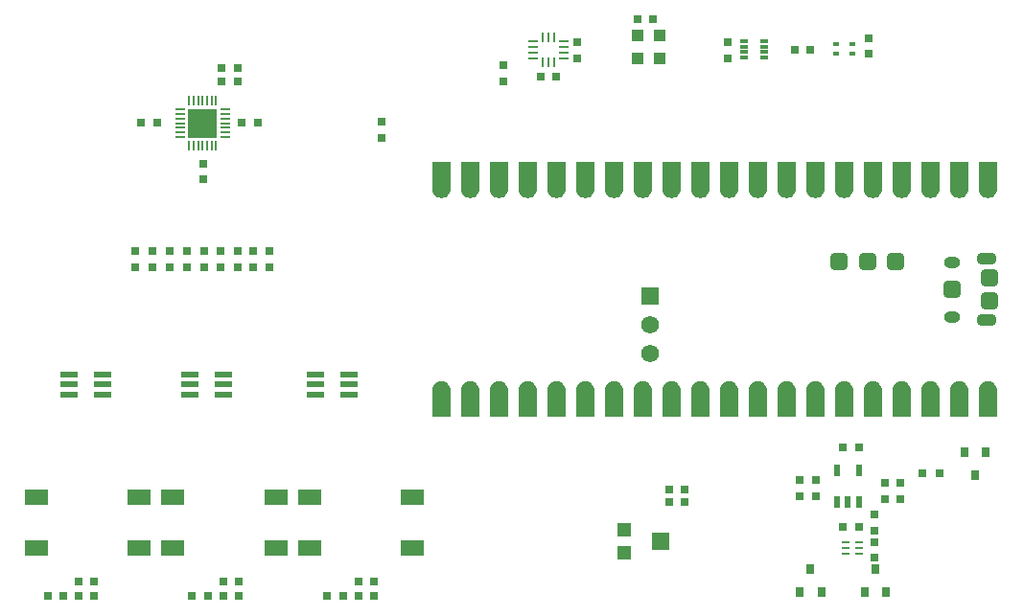
<source format=gtp>
G04*
G04 #@! TF.GenerationSoftware,Altium Limited,Altium Designer,24.9.1 (31)*
G04*
G04 Layer_Color=8421504*
%FSLAX44Y44*%
%MOMM*%
G71*
G04*
G04 #@! TF.SameCoordinates,049DD743-820B-4880-A151-0CBBC5A4C6BC*
G04*
G04*
G04 #@! TF.FilePolarity,Positive*
G04*
G01*
G75*
%ADD18R,0.7000X0.2300*%
%ADD19R,0.7000X0.2300*%
%ADD20R,2.1000X1.4000*%
G04:AMPARAMS|DCode=21|XSize=0.76mm|YSize=0.6604mm|CornerRadius=0.0825mm|HoleSize=0mm|Usage=FLASHONLY|Rotation=270.000|XOffset=0mm|YOffset=0mm|HoleType=Round|Shape=RoundedRectangle|*
%AMROUNDEDRECTD21*
21,1,0.7600,0.4953,0,0,270.0*
21,1,0.5949,0.6604,0,0,270.0*
1,1,0.1651,-0.2477,-0.2975*
1,1,0.1651,-0.2477,0.2975*
1,1,0.1651,0.2477,0.2975*
1,1,0.1651,0.2477,-0.2975*
%
%ADD21ROUNDEDRECTD21*%
%ADD22R,0.6000X1.1000*%
%ADD23R,1.6000X0.5000*%
%ADD24R,2.6500X2.6500*%
%ADD25O,0.2000X0.8500*%
%ADD26O,0.8500X0.2000*%
%ADD27R,1.2000X1.2000*%
%ADD28R,1.5000X1.6000*%
G04:AMPARAMS|DCode=29|XSize=0.76mm|YSize=0.6604mm|CornerRadius=0.0825mm|HoleSize=0mm|Usage=FLASHONLY|Rotation=180.000|XOffset=0mm|YOffset=0mm|HoleType=Round|Shape=RoundedRectangle|*
%AMROUNDEDRECTD29*
21,1,0.7600,0.4953,0,0,180.0*
21,1,0.5949,0.6604,0,0,180.0*
1,1,0.1651,-0.2975,0.2477*
1,1,0.1651,0.2975,0.2477*
1,1,0.1651,0.2975,-0.2477*
1,1,0.1651,-0.2975,-0.2477*
%
%ADD29ROUNDEDRECTD29*%
%ADD30R,0.8000X0.9000*%
%ADD31R,0.6000X0.3000*%
%ADD32R,0.7200X0.3000*%
%ADD33R,1.0000X1.0000*%
%ADD34R,0.8000X0.8000*%
%ADD35O,0.2500X0.9500*%
%ADD36O,0.9500X0.2500*%
%ADD37C,1.5748*%
%ADD38R,1.5748X1.5748*%
%ADD39O,1.4500X1.0500*%
%ADD40O,1.8000X1.1000*%
G04:AMPARAMS|DCode=41|XSize=1.5mm|YSize=1.5mm|CornerRadius=0.3mm|HoleSize=0mm|Usage=FLASHONLY|Rotation=270.000|XOffset=0mm|YOffset=0mm|HoleType=Round|Shape=RoundedRectangle|*
%AMROUNDEDRECTD41*
21,1,1.5000,0.9000,0,0,270.0*
21,1,0.9000,1.5000,0,0,270.0*
1,1,0.6000,-0.4500,-0.4500*
1,1,0.6000,-0.4500,0.4500*
1,1,0.6000,0.4500,0.4500*
1,1,0.6000,0.4500,-0.4500*
%
%ADD41ROUNDEDRECTD41*%
G36*
X739300Y-127100D02*
X739323Y-151074D01*
X739323Y-151599D01*
X739186Y-152639D01*
X738915Y-153652D01*
X738514Y-154621D01*
X737989Y-155529D01*
X737351Y-156361D01*
X736609Y-157102D01*
X735777Y-157740D01*
X734869Y-158265D01*
X733900Y-158666D01*
X732887Y-158937D01*
X731847Y-159074D01*
X731323Y-159074D01*
X730799Y-159074D01*
X729759Y-158937D01*
X728746Y-158666D01*
X727777Y-158264D01*
X726869Y-157740D01*
X726037Y-157102D01*
X725295Y-156360D01*
X724657Y-155528D01*
X724133Y-154620D01*
X723732Y-153651D01*
X723460Y-152639D01*
X723323Y-151599D01*
X723323Y-151074D01*
X723323Y-151074D01*
X723300Y-127100D01*
X739300Y-127100D01*
D02*
G37*
G36*
X713900D02*
X713923Y-151074D01*
X713923Y-151599D01*
X713786Y-152639D01*
X713515Y-153652D01*
X713114Y-154621D01*
X712589Y-155529D01*
X711951Y-156361D01*
X711209Y-157102D01*
X710377Y-157740D01*
X709469Y-158265D01*
X708500Y-158666D01*
X707487Y-158937D01*
X706447Y-159074D01*
X705923Y-159074D01*
X705399Y-159074D01*
X704359Y-158937D01*
X703346Y-158666D01*
X702377Y-158264D01*
X701469Y-157740D01*
X700637Y-157102D01*
X699895Y-156360D01*
X699257Y-155528D01*
X698733Y-154620D01*
X698332Y-153651D01*
X698060Y-152639D01*
X697923Y-151599D01*
X697923Y-151074D01*
X697923Y-151074D01*
X697900Y-127100D01*
X713900Y-127100D01*
D02*
G37*
G36*
X688500D02*
X688523Y-151074D01*
X688523Y-151599D01*
X688386Y-152639D01*
X688115Y-153652D01*
X687714Y-154621D01*
X687189Y-155529D01*
X686551Y-156361D01*
X685809Y-157102D01*
X684977Y-157740D01*
X684069Y-158265D01*
X683100Y-158666D01*
X682087Y-158937D01*
X681047Y-159074D01*
X680523Y-159074D01*
X679999Y-159074D01*
X678959Y-158937D01*
X677946Y-158666D01*
X676977Y-158264D01*
X676069Y-157740D01*
X675237Y-157102D01*
X674495Y-156360D01*
X673857Y-155528D01*
X673333Y-154620D01*
X672932Y-153651D01*
X672660Y-152639D01*
X672523Y-151599D01*
X672523Y-151074D01*
X672523Y-151074D01*
X672500Y-127100D01*
X688500Y-127100D01*
D02*
G37*
G36*
X663100D02*
X663123Y-151074D01*
X663123Y-151599D01*
X662986Y-152639D01*
X662715Y-153652D01*
X662314Y-154621D01*
X661789Y-155529D01*
X661151Y-156361D01*
X660409Y-157102D01*
X659577Y-157740D01*
X658669Y-158265D01*
X657700Y-158666D01*
X656687Y-158937D01*
X655647Y-159074D01*
X655123Y-159074D01*
X654599Y-159074D01*
X653559Y-158937D01*
X652546Y-158666D01*
X651577Y-158264D01*
X650669Y-157740D01*
X649837Y-157102D01*
X649096Y-156360D01*
X648457Y-155528D01*
X647933Y-154620D01*
X647532Y-153651D01*
X647260Y-152639D01*
X647123Y-151599D01*
X647123Y-151074D01*
X647123Y-151074D01*
X647100Y-127100D01*
X663100Y-127100D01*
D02*
G37*
G36*
X637700D02*
X637723Y-151074D01*
X637723Y-151599D01*
X637586Y-152639D01*
X637315Y-153652D01*
X636914Y-154621D01*
X636389Y-155529D01*
X635751Y-156361D01*
X635009Y-157102D01*
X634177Y-157740D01*
X633269Y-158265D01*
X632300Y-158666D01*
X631287Y-158937D01*
X630247Y-159074D01*
X629723Y-159074D01*
X629199Y-159074D01*
X628159Y-158937D01*
X627146Y-158666D01*
X626177Y-158264D01*
X625269Y-157740D01*
X624437Y-157102D01*
X623695Y-156360D01*
X623057Y-155528D01*
X622533Y-154620D01*
X622132Y-153651D01*
X621860Y-152639D01*
X621723Y-151599D01*
X621723Y-151074D01*
X621723Y-151074D01*
X621700Y-127100D01*
X637700Y-127100D01*
D02*
G37*
G36*
X612300D02*
X612323Y-151074D01*
X612323Y-151599D01*
X612186Y-152639D01*
X611915Y-153652D01*
X611514Y-154621D01*
X610989Y-155529D01*
X610351Y-156361D01*
X609609Y-157102D01*
X608777Y-157740D01*
X607869Y-158265D01*
X606900Y-158666D01*
X605887Y-158937D01*
X604847Y-159074D01*
X604323Y-159074D01*
X603799Y-159074D01*
X602759Y-158937D01*
X601746Y-158666D01*
X600777Y-158264D01*
X599869Y-157740D01*
X599037Y-157102D01*
X598296Y-156360D01*
X597657Y-155528D01*
X597133Y-154620D01*
X596731Y-153651D01*
X596460Y-152639D01*
X596323Y-151599D01*
X596323Y-151074D01*
X596323Y-151074D01*
X596300Y-127100D01*
X612300Y-127100D01*
D02*
G37*
G36*
X586900D02*
X586923Y-151074D01*
X586923Y-151599D01*
X586786Y-152639D01*
X586515Y-153652D01*
X586114Y-154621D01*
X585589Y-155529D01*
X584951Y-156361D01*
X584209Y-157102D01*
X583377Y-157740D01*
X582469Y-158265D01*
X581500Y-158666D01*
X580487Y-158937D01*
X579447Y-159074D01*
X578923Y-159074D01*
X578399Y-159074D01*
X577359Y-158937D01*
X576346Y-158666D01*
X575377Y-158264D01*
X574469Y-157740D01*
X573637Y-157102D01*
X572896Y-156360D01*
X572257Y-155528D01*
X571733Y-154620D01*
X571331Y-153651D01*
X571060Y-152639D01*
X570923Y-151599D01*
X570923Y-151074D01*
X570923Y-151074D01*
X570900Y-127100D01*
X586900Y-127100D01*
D02*
G37*
G36*
X561500D02*
X561523Y-151074D01*
X561523Y-151599D01*
X561386Y-152639D01*
X561115Y-153652D01*
X560714Y-154621D01*
X560189Y-155529D01*
X559551Y-156361D01*
X558809Y-157102D01*
X557977Y-157740D01*
X557069Y-158265D01*
X556100Y-158666D01*
X555087Y-158937D01*
X554047Y-159074D01*
X553523Y-159074D01*
X552999Y-159074D01*
X551959Y-158937D01*
X550946Y-158666D01*
X549977Y-158264D01*
X549069Y-157740D01*
X548237Y-157102D01*
X547495Y-156360D01*
X546857Y-155528D01*
X546333Y-154620D01*
X545932Y-153651D01*
X545660Y-152639D01*
X545523Y-151599D01*
X545523Y-151074D01*
X545523Y-151074D01*
X545500Y-127100D01*
X561500Y-127100D01*
D02*
G37*
G36*
X536100D02*
X536123Y-151074D01*
X536123Y-151599D01*
X535986Y-152639D01*
X535715Y-153652D01*
X535314Y-154621D01*
X534789Y-155529D01*
X534151Y-156361D01*
X533409Y-157102D01*
X532577Y-157740D01*
X531669Y-158265D01*
X530700Y-158666D01*
X529687Y-158937D01*
X528647Y-159074D01*
X528123Y-159074D01*
X527599Y-159074D01*
X526559Y-158937D01*
X525546Y-158666D01*
X524577Y-158264D01*
X523669Y-157740D01*
X522837Y-157102D01*
X522095Y-156360D01*
X521457Y-155528D01*
X520933Y-154620D01*
X520532Y-153651D01*
X520260Y-152639D01*
X520123Y-151599D01*
X520123Y-151074D01*
X520123Y-151074D01*
X520100Y-127100D01*
X536100Y-127100D01*
D02*
G37*
G36*
X510700D02*
X510723Y-151074D01*
X510723Y-151599D01*
X510586Y-152639D01*
X510315Y-153652D01*
X509914Y-154621D01*
X509389Y-155529D01*
X508751Y-156361D01*
X508009Y-157102D01*
X507177Y-157740D01*
X506269Y-158265D01*
X505300Y-158666D01*
X504287Y-158937D01*
X503247Y-159074D01*
X502723Y-159074D01*
X502199Y-159074D01*
X501159Y-158937D01*
X500146Y-158666D01*
X499177Y-158264D01*
X498269Y-157740D01*
X497437Y-157102D01*
X496696Y-156360D01*
X496057Y-155528D01*
X495533Y-154620D01*
X495131Y-153651D01*
X494860Y-152639D01*
X494723Y-151599D01*
X494723Y-151074D01*
X494723Y-151074D01*
X494700Y-127100D01*
X510700Y-127100D01*
D02*
G37*
G36*
X485300D02*
X485323Y-151074D01*
X485323Y-151599D01*
X485186Y-152639D01*
X484915Y-153652D01*
X484514Y-154621D01*
X483989Y-155529D01*
X483351Y-156361D01*
X482609Y-157102D01*
X481777Y-157740D01*
X480869Y-158265D01*
X479900Y-158666D01*
X478887Y-158937D01*
X477847Y-159074D01*
X477323Y-159074D01*
X476799Y-159074D01*
X475759Y-158937D01*
X474746Y-158666D01*
X473777Y-158264D01*
X472869Y-157740D01*
X472037Y-157102D01*
X471296Y-156360D01*
X470657Y-155528D01*
X470133Y-154620D01*
X469731Y-153651D01*
X469460Y-152639D01*
X469323Y-151599D01*
X469323Y-151074D01*
X469323Y-151074D01*
X469300Y-127100D01*
X485300Y-127100D01*
D02*
G37*
G36*
X459900D02*
X459923Y-151074D01*
X459923Y-151599D01*
X459786Y-152639D01*
X459515Y-153652D01*
X459114Y-154621D01*
X458589Y-155529D01*
X457951Y-156361D01*
X457209Y-157102D01*
X456377Y-157740D01*
X455469Y-158265D01*
X454500Y-158666D01*
X453487Y-158937D01*
X452447Y-159074D01*
X451923Y-159074D01*
X451399Y-159074D01*
X450359Y-158937D01*
X449346Y-158666D01*
X448377Y-158264D01*
X447469Y-157740D01*
X446637Y-157102D01*
X445896Y-156360D01*
X445257Y-155528D01*
X444733Y-154620D01*
X444332Y-153651D01*
X444060Y-152639D01*
X443923Y-151599D01*
X443923Y-151074D01*
X443923Y-151074D01*
X443900Y-127100D01*
X459900Y-127100D01*
D02*
G37*
G36*
X434500D02*
X434523Y-151074D01*
X434523Y-151599D01*
X434386Y-152639D01*
X434115Y-153652D01*
X433714Y-154621D01*
X433189Y-155529D01*
X432551Y-156361D01*
X431809Y-157102D01*
X430977Y-157740D01*
X430069Y-158265D01*
X429100Y-158666D01*
X428087Y-158937D01*
X427047Y-159074D01*
X426523Y-159074D01*
X425999Y-159074D01*
X424959Y-158937D01*
X423946Y-158666D01*
X422977Y-158264D01*
X422069Y-157740D01*
X421237Y-157102D01*
X420495Y-156360D01*
X419857Y-155528D01*
X419333Y-154620D01*
X418932Y-153651D01*
X418660Y-152639D01*
X418523Y-151599D01*
X418523Y-151074D01*
X418523Y-151074D01*
X418500Y-127100D01*
X434500Y-127100D01*
D02*
G37*
G36*
X409100D02*
X409123Y-151074D01*
X409123Y-151599D01*
X408986Y-152639D01*
X408715Y-153652D01*
X408314Y-154621D01*
X407789Y-155529D01*
X407151Y-156361D01*
X406409Y-157102D01*
X405577Y-157740D01*
X404669Y-158265D01*
X403700Y-158666D01*
X402687Y-158937D01*
X401647Y-159074D01*
X401123Y-159074D01*
X400599Y-159074D01*
X399559Y-158937D01*
X398546Y-158666D01*
X397577Y-158264D01*
X396669Y-157740D01*
X395837Y-157102D01*
X395095Y-156360D01*
X394457Y-155528D01*
X393933Y-154620D01*
X393531Y-153651D01*
X393260Y-152639D01*
X393123Y-151599D01*
X393123Y-151074D01*
X393123Y-151074D01*
X393100Y-127100D01*
X409100Y-127100D01*
D02*
G37*
G36*
X383700D02*
X383723Y-151074D01*
X383723Y-151599D01*
X383586Y-152639D01*
X383315Y-153652D01*
X382914Y-154621D01*
X382389Y-155529D01*
X381751Y-156361D01*
X381009Y-157102D01*
X380177Y-157740D01*
X379269Y-158265D01*
X378300Y-158666D01*
X377287Y-158937D01*
X376247Y-159074D01*
X375723Y-159074D01*
X375199Y-159074D01*
X374159Y-158937D01*
X373146Y-158666D01*
X372177Y-158264D01*
X371269Y-157740D01*
X370437Y-157102D01*
X369696Y-156360D01*
X369057Y-155528D01*
X368533Y-154620D01*
X368131Y-153651D01*
X367860Y-152639D01*
X367723Y-151599D01*
X367723Y-151074D01*
X367723Y-151074D01*
X367700Y-127100D01*
X383700Y-127100D01*
D02*
G37*
G36*
X358300D02*
X358323Y-151074D01*
X358323Y-151599D01*
X358186Y-152639D01*
X357915Y-153652D01*
X357514Y-154621D01*
X356989Y-155529D01*
X356351Y-156361D01*
X355609Y-157102D01*
X354777Y-157740D01*
X353869Y-158265D01*
X352900Y-158666D01*
X351887Y-158937D01*
X350847Y-159074D01*
X350323Y-159074D01*
X349799Y-159074D01*
X348759Y-158937D01*
X347746Y-158666D01*
X346777Y-158264D01*
X345869Y-157740D01*
X345037Y-157102D01*
X344296Y-156360D01*
X343657Y-155528D01*
X343133Y-154620D01*
X342732Y-153651D01*
X342460Y-152639D01*
X342323Y-151599D01*
X342323Y-151074D01*
X342323Y-151074D01*
X342300Y-127100D01*
X358300Y-127100D01*
D02*
G37*
G36*
X332900D02*
X332923Y-151074D01*
X332923Y-151599D01*
X332786Y-152639D01*
X332515Y-153652D01*
X332114Y-154621D01*
X331589Y-155529D01*
X330951Y-156361D01*
X330209Y-157102D01*
X329377Y-157740D01*
X328469Y-158265D01*
X327500Y-158666D01*
X326487Y-158937D01*
X325447Y-159074D01*
X324923Y-159074D01*
X324399Y-159074D01*
X323359Y-158937D01*
X322346Y-158666D01*
X321377Y-158264D01*
X320469Y-157740D01*
X319637Y-157102D01*
X318895Y-156360D01*
X318257Y-155528D01*
X317733Y-154620D01*
X317332Y-153651D01*
X317060Y-152639D01*
X316923Y-151599D01*
X316923Y-151074D01*
X316923Y-151074D01*
X316900Y-127100D01*
X332900Y-127100D01*
D02*
G37*
G36*
X307500D02*
X307523Y-151074D01*
X307523Y-151599D01*
X307386Y-152639D01*
X307115Y-153652D01*
X306714Y-154621D01*
X306189Y-155529D01*
X305551Y-156361D01*
X304809Y-157102D01*
X303977Y-157740D01*
X303069Y-158265D01*
X302100Y-158666D01*
X301087Y-158937D01*
X300047Y-159074D01*
X299523Y-159074D01*
X298999Y-159074D01*
X297959Y-158937D01*
X296946Y-158666D01*
X295977Y-158264D01*
X295069Y-157740D01*
X294237Y-157102D01*
X293496Y-156360D01*
X292857Y-155528D01*
X292333Y-154620D01*
X291931Y-153651D01*
X291660Y-152639D01*
X291523Y-151599D01*
X291523Y-151074D01*
X291523Y-151074D01*
X291500Y-127100D01*
X307500Y-127100D01*
D02*
G37*
G36*
X282100D02*
X282123Y-151074D01*
X282123Y-151599D01*
X281986Y-152639D01*
X281715Y-153652D01*
X281314Y-154621D01*
X280789Y-155529D01*
X280151Y-156361D01*
X279409Y-157102D01*
X278577Y-157740D01*
X277669Y-158265D01*
X276700Y-158666D01*
X275687Y-158937D01*
X274647Y-159074D01*
X274123Y-159074D01*
X273599Y-159074D01*
X272559Y-158937D01*
X271546Y-158666D01*
X270577Y-158264D01*
X269669Y-157740D01*
X268837Y-157102D01*
X268095Y-156360D01*
X267457Y-155528D01*
X266933Y-154620D01*
X266532Y-153651D01*
X266260Y-152639D01*
X266123Y-151599D01*
X266123Y-151074D01*
X266123Y-151074D01*
X266100Y-127100D01*
X282100Y-127100D01*
D02*
G37*
G36*
X256700D02*
X256723Y-151074D01*
X256723Y-151599D01*
X256586Y-152639D01*
X256315Y-153652D01*
X255914Y-154621D01*
X255389Y-155529D01*
X254751Y-156361D01*
X254009Y-157102D01*
X253177Y-157740D01*
X252269Y-158265D01*
X251300Y-158666D01*
X250287Y-158937D01*
X249247Y-159074D01*
X248723Y-159074D01*
X248199Y-159074D01*
X247159Y-158937D01*
X246146Y-158666D01*
X245177Y-158264D01*
X244269Y-157740D01*
X243437Y-157102D01*
X242696Y-156360D01*
X242057Y-155528D01*
X241533Y-154620D01*
X241131Y-153651D01*
X240860Y-152639D01*
X240723Y-151599D01*
X240723Y-151074D01*
X240723Y-151074D01*
X240700Y-127100D01*
X256700Y-127100D01*
D02*
G37*
G36*
X731324Y-320876D02*
X731848Y-320876D01*
X732888Y-321013D01*
X733901Y-321284D01*
X734870Y-321685D01*
X735778Y-322209D01*
X736610Y-322848D01*
X737351Y-323589D01*
X737990Y-324421D01*
X738514Y-325329D01*
X738915Y-326298D01*
X739187Y-327311D01*
X739323Y-328351D01*
X739323Y-328875D01*
X739323Y-328875D01*
X739347Y-352850D01*
X723347Y-352850D01*
X723324Y-328875D01*
X723324Y-328351D01*
X723460Y-327311D01*
X723732Y-326298D01*
X724133Y-325329D01*
X724657Y-324421D01*
X725296Y-323589D01*
X726037Y-322847D01*
X726870Y-322209D01*
X727778Y-321685D01*
X728747Y-321284D01*
X729760Y-321012D01*
X730799Y-320876D01*
X731324Y-320876D01*
D02*
G37*
G36*
X705924D02*
X706448Y-320876D01*
X707488Y-321013D01*
X708501Y-321284D01*
X709470Y-321685D01*
X710378Y-322209D01*
X711210Y-322848D01*
X711951Y-323589D01*
X712590Y-324421D01*
X713114Y-325329D01*
X713515Y-326298D01*
X713787Y-327311D01*
X713923Y-328351D01*
X713923Y-328875D01*
X713923Y-328875D01*
X713947Y-352850D01*
X697947Y-352850D01*
X697924Y-328875D01*
X697924Y-328351D01*
X698060Y-327311D01*
X698332Y-326298D01*
X698733Y-325329D01*
X699257Y-324421D01*
X699896Y-323589D01*
X700637Y-322847D01*
X701469Y-322209D01*
X702378Y-321685D01*
X703347Y-321284D01*
X704360Y-321012D01*
X705399Y-320876D01*
X705924Y-320876D01*
D02*
G37*
G36*
X680524D02*
X681048Y-320876D01*
X682088Y-321013D01*
X683101Y-321284D01*
X684070Y-321685D01*
X684978Y-322209D01*
X685810Y-322848D01*
X686551Y-323589D01*
X687190Y-324421D01*
X687714Y-325329D01*
X688115Y-326298D01*
X688387Y-327311D01*
X688523Y-328351D01*
X688523Y-328875D01*
X688523Y-328875D01*
X688547Y-352850D01*
X672547Y-352850D01*
X672524Y-328875D01*
X672524Y-328351D01*
X672660Y-327311D01*
X672932Y-326298D01*
X673333Y-325329D01*
X673857Y-324421D01*
X674496Y-323589D01*
X675237Y-322847D01*
X676069Y-322209D01*
X676978Y-321685D01*
X677947Y-321284D01*
X678960Y-321012D01*
X679999Y-320876D01*
X680524Y-320876D01*
D02*
G37*
G36*
X655124D02*
X655648Y-320876D01*
X656688Y-321013D01*
X657701Y-321284D01*
X658670Y-321685D01*
X659578Y-322209D01*
X660410Y-322848D01*
X661151Y-323589D01*
X661790Y-324421D01*
X662314Y-325329D01*
X662715Y-326298D01*
X662987Y-327311D01*
X663123Y-328351D01*
X663123Y-328875D01*
X663123Y-328875D01*
X663147Y-352850D01*
X647147Y-352850D01*
X647124Y-328875D01*
X647124Y-328351D01*
X647260Y-327311D01*
X647532Y-326298D01*
X647933Y-325329D01*
X648457Y-324421D01*
X649096Y-323589D01*
X649837Y-322847D01*
X650669Y-322209D01*
X651578Y-321685D01*
X652547Y-321284D01*
X653560Y-321012D01*
X654600Y-320876D01*
X655124Y-320876D01*
D02*
G37*
G36*
X629724D02*
X630248Y-320876D01*
X631288Y-321013D01*
X632301Y-321284D01*
X633270Y-321685D01*
X634178Y-322209D01*
X635010Y-322848D01*
X635751Y-323589D01*
X636390Y-324421D01*
X636914Y-325329D01*
X637315Y-326298D01*
X637587Y-327311D01*
X637723Y-328351D01*
X637723Y-328875D01*
X637723Y-328875D01*
X637747Y-352850D01*
X621747Y-352850D01*
X621724Y-328875D01*
X621724Y-328351D01*
X621860Y-327311D01*
X622132Y-326298D01*
X622533Y-325329D01*
X623057Y-324421D01*
X623696Y-323589D01*
X624437Y-322847D01*
X625270Y-322209D01*
X626178Y-321685D01*
X627147Y-321284D01*
X628160Y-321012D01*
X629199Y-320876D01*
X629724Y-320876D01*
D02*
G37*
G36*
X604324D02*
X604848Y-320876D01*
X605888Y-321013D01*
X606901Y-321284D01*
X607870Y-321685D01*
X608778Y-322209D01*
X609610Y-322848D01*
X610351Y-323589D01*
X610990Y-324421D01*
X611514Y-325329D01*
X611915Y-326298D01*
X612187Y-327311D01*
X612323Y-328351D01*
X612323Y-328875D01*
X612323Y-328875D01*
X612347Y-352850D01*
X596347Y-352850D01*
X596324Y-328875D01*
X596324Y-328351D01*
X596460Y-327311D01*
X596732Y-326298D01*
X597133Y-325329D01*
X597657Y-324421D01*
X598296Y-323589D01*
X599037Y-322847D01*
X599869Y-322209D01*
X600778Y-321685D01*
X601747Y-321284D01*
X602760Y-321012D01*
X603800Y-320876D01*
X604324Y-320876D01*
D02*
G37*
G36*
X578924D02*
X579448Y-320876D01*
X580488Y-321013D01*
X581501Y-321284D01*
X582470Y-321685D01*
X583378Y-322209D01*
X584210Y-322848D01*
X584951Y-323589D01*
X585590Y-324421D01*
X586114Y-325329D01*
X586515Y-326298D01*
X586787Y-327311D01*
X586923Y-328351D01*
X586923Y-328875D01*
X586923Y-328875D01*
X586947Y-352850D01*
X570947Y-352850D01*
X570924Y-328875D01*
X570924Y-328351D01*
X571060Y-327311D01*
X571332Y-326298D01*
X571733Y-325329D01*
X572257Y-324421D01*
X572896Y-323589D01*
X573637Y-322847D01*
X574469Y-322209D01*
X575378Y-321685D01*
X576347Y-321284D01*
X577360Y-321012D01*
X578400Y-320876D01*
X578924Y-320876D01*
D02*
G37*
G36*
X553524D02*
X554048Y-320876D01*
X555088Y-321013D01*
X556101Y-321284D01*
X557070Y-321685D01*
X557978Y-322209D01*
X558810Y-322848D01*
X559551Y-323589D01*
X560190Y-324421D01*
X560714Y-325329D01*
X561115Y-326298D01*
X561387Y-327311D01*
X561523Y-328351D01*
X561523Y-328875D01*
X561523Y-328875D01*
X561547Y-352850D01*
X545547Y-352850D01*
X545524Y-328875D01*
X545524Y-328351D01*
X545660Y-327311D01*
X545932Y-326298D01*
X546333Y-325329D01*
X546857Y-324421D01*
X547496Y-323589D01*
X548237Y-322847D01*
X549070Y-322209D01*
X549978Y-321685D01*
X550947Y-321284D01*
X551960Y-321012D01*
X552999Y-320876D01*
X553524Y-320876D01*
D02*
G37*
G36*
X528124D02*
X528648Y-320876D01*
X529688Y-321013D01*
X530701Y-321284D01*
X531670Y-321685D01*
X532578Y-322209D01*
X533410Y-322848D01*
X534151Y-323589D01*
X534790Y-324421D01*
X535314Y-325329D01*
X535715Y-326298D01*
X535987Y-327311D01*
X536123Y-328351D01*
X536123Y-328875D01*
X536123Y-328875D01*
X536147Y-352850D01*
X520147Y-352850D01*
X520124Y-328875D01*
X520124Y-328351D01*
X520260Y-327311D01*
X520532Y-326298D01*
X520933Y-325329D01*
X521457Y-324421D01*
X522096Y-323589D01*
X522837Y-322847D01*
X523670Y-322209D01*
X524578Y-321685D01*
X525547Y-321284D01*
X526560Y-321012D01*
X527599Y-320876D01*
X528124Y-320876D01*
D02*
G37*
G36*
X502724D02*
X503248Y-320876D01*
X504288Y-321013D01*
X505301Y-321284D01*
X506270Y-321685D01*
X507178Y-322209D01*
X508010Y-322848D01*
X508751Y-323589D01*
X509390Y-324421D01*
X509914Y-325329D01*
X510315Y-326298D01*
X510587Y-327311D01*
X510723Y-328351D01*
X510723Y-328875D01*
X510723Y-328875D01*
X510747Y-352850D01*
X494747Y-352850D01*
X494724Y-328875D01*
X494724Y-328351D01*
X494860Y-327311D01*
X495132Y-326298D01*
X495533Y-325329D01*
X496057Y-324421D01*
X496696Y-323589D01*
X497437Y-322847D01*
X498270Y-322209D01*
X499178Y-321685D01*
X500147Y-321284D01*
X501160Y-321012D01*
X502200Y-320876D01*
X502724Y-320876D01*
D02*
G37*
G36*
X477324D02*
X477848Y-320876D01*
X478888Y-321013D01*
X479901Y-321284D01*
X480870Y-321685D01*
X481778Y-322209D01*
X482610Y-322848D01*
X483351Y-323589D01*
X483990Y-324421D01*
X484514Y-325329D01*
X484915Y-326298D01*
X485187Y-327311D01*
X485323Y-328351D01*
X485323Y-328875D01*
X485323Y-328875D01*
X485347Y-352850D01*
X469347Y-352850D01*
X469324Y-328875D01*
X469324Y-328351D01*
X469460Y-327311D01*
X469732Y-326298D01*
X470133Y-325329D01*
X470657Y-324421D01*
X471296Y-323589D01*
X472037Y-322847D01*
X472869Y-322209D01*
X473778Y-321685D01*
X474747Y-321284D01*
X475760Y-321012D01*
X476800Y-320876D01*
X477324Y-320876D01*
D02*
G37*
G36*
X451924D02*
X452448Y-320876D01*
X453488Y-321013D01*
X454501Y-321284D01*
X455470Y-321685D01*
X456378Y-322209D01*
X457210Y-322848D01*
X457951Y-323589D01*
X458590Y-324421D01*
X459114Y-325329D01*
X459515Y-326298D01*
X459787Y-327311D01*
X459923Y-328351D01*
X459923Y-328875D01*
X459923Y-328875D01*
X459947Y-352850D01*
X443947Y-352850D01*
X443924Y-328875D01*
X443924Y-328351D01*
X444060Y-327311D01*
X444332Y-326298D01*
X444733Y-325329D01*
X445257Y-324421D01*
X445896Y-323589D01*
X446637Y-322847D01*
X447469Y-322209D01*
X448378Y-321685D01*
X449347Y-321284D01*
X450360Y-321012D01*
X451399Y-320876D01*
X451924Y-320876D01*
D02*
G37*
G36*
X426524D02*
X427048Y-320876D01*
X428088Y-321013D01*
X429101Y-321284D01*
X430070Y-321685D01*
X430978Y-322209D01*
X431810Y-322848D01*
X432551Y-323589D01*
X433190Y-324421D01*
X433714Y-325329D01*
X434115Y-326298D01*
X434387Y-327311D01*
X434523Y-328351D01*
X434523Y-328875D01*
X434523Y-328875D01*
X434547Y-352850D01*
X418547Y-352850D01*
X418524Y-328875D01*
X418524Y-328351D01*
X418660Y-327311D01*
X418932Y-326298D01*
X419333Y-325329D01*
X419857Y-324421D01*
X420496Y-323589D01*
X421237Y-322847D01*
X422070Y-322209D01*
X422978Y-321685D01*
X423947Y-321284D01*
X424960Y-321012D01*
X425999Y-320876D01*
X426524Y-320876D01*
D02*
G37*
G36*
X401124D02*
X401648Y-320876D01*
X402688Y-321013D01*
X403701Y-321284D01*
X404670Y-321685D01*
X405578Y-322209D01*
X406410Y-322848D01*
X407151Y-323589D01*
X407790Y-324421D01*
X408314Y-325329D01*
X408715Y-326298D01*
X408987Y-327311D01*
X409123Y-328351D01*
X409123Y-328875D01*
X409123Y-328875D01*
X409147Y-352850D01*
X393147Y-352850D01*
X393124Y-328875D01*
X393124Y-328351D01*
X393260Y-327311D01*
X393532Y-326298D01*
X393933Y-325329D01*
X394457Y-324421D01*
X395096Y-323589D01*
X395837Y-322847D01*
X396670Y-322209D01*
X397578Y-321685D01*
X398547Y-321284D01*
X399560Y-321012D01*
X400600Y-320876D01*
X401124Y-320876D01*
D02*
G37*
G36*
X375724D02*
X376248Y-320876D01*
X377288Y-321013D01*
X378301Y-321284D01*
X379270Y-321685D01*
X380178Y-322209D01*
X381010Y-322848D01*
X381751Y-323589D01*
X382390Y-324421D01*
X382914Y-325329D01*
X383315Y-326298D01*
X383587Y-327311D01*
X383723Y-328351D01*
X383723Y-328875D01*
X383723Y-328875D01*
X383747Y-352850D01*
X367747Y-352850D01*
X367724Y-328875D01*
X367724Y-328351D01*
X367860Y-327311D01*
X368132Y-326298D01*
X368533Y-325329D01*
X369057Y-324421D01*
X369696Y-323589D01*
X370437Y-322847D01*
X371269Y-322209D01*
X372178Y-321685D01*
X373147Y-321284D01*
X374160Y-321012D01*
X375200Y-320876D01*
X375724Y-320876D01*
D02*
G37*
G36*
X350324D02*
X350848Y-320876D01*
X351888Y-321013D01*
X352901Y-321284D01*
X353870Y-321685D01*
X354778Y-322209D01*
X355610Y-322848D01*
X356351Y-323589D01*
X356990Y-324421D01*
X357514Y-325329D01*
X357915Y-326298D01*
X358187Y-327311D01*
X358323Y-328351D01*
X358323Y-328875D01*
X358323Y-328875D01*
X358347Y-352850D01*
X342347Y-352850D01*
X342324Y-328875D01*
X342324Y-328351D01*
X342460Y-327311D01*
X342732Y-326298D01*
X343133Y-325329D01*
X343657Y-324421D01*
X344296Y-323589D01*
X345037Y-322847D01*
X345869Y-322209D01*
X346778Y-321685D01*
X347747Y-321284D01*
X348760Y-321012D01*
X349799Y-320876D01*
X350324Y-320876D01*
D02*
G37*
G36*
X324924D02*
X325448Y-320876D01*
X326488Y-321013D01*
X327501Y-321284D01*
X328470Y-321685D01*
X329378Y-322209D01*
X330210Y-322848D01*
X330951Y-323589D01*
X331590Y-324421D01*
X332114Y-325329D01*
X332515Y-326298D01*
X332787Y-327311D01*
X332923Y-328351D01*
X332923Y-328875D01*
X332923Y-328875D01*
X332947Y-352850D01*
X316947Y-352850D01*
X316924Y-328875D01*
X316924Y-328351D01*
X317060Y-327311D01*
X317332Y-326298D01*
X317733Y-325329D01*
X318257Y-324421D01*
X318896Y-323589D01*
X319637Y-322847D01*
X320470Y-322209D01*
X321378Y-321685D01*
X322347Y-321284D01*
X323360Y-321012D01*
X324399Y-320876D01*
X324924Y-320876D01*
D02*
G37*
G36*
X299524D02*
X300048Y-320876D01*
X301088Y-321013D01*
X302101Y-321284D01*
X303070Y-321685D01*
X303978Y-322209D01*
X304810Y-322848D01*
X305551Y-323589D01*
X306190Y-324421D01*
X306714Y-325329D01*
X307115Y-326298D01*
X307387Y-327311D01*
X307523Y-328351D01*
X307523Y-328875D01*
X307523Y-328875D01*
X307547Y-352850D01*
X291547Y-352850D01*
X291524Y-328875D01*
X291524Y-328351D01*
X291660Y-327311D01*
X291932Y-326298D01*
X292333Y-325329D01*
X292857Y-324421D01*
X293496Y-323589D01*
X294237Y-322847D01*
X295070Y-322209D01*
X295978Y-321685D01*
X296947Y-321284D01*
X297960Y-321012D01*
X299000Y-320876D01*
X299524Y-320876D01*
D02*
G37*
G36*
X274124D02*
X274648Y-320876D01*
X275688Y-321013D01*
X276701Y-321284D01*
X277670Y-321685D01*
X278578Y-322209D01*
X279410Y-322848D01*
X280151Y-323589D01*
X280790Y-324421D01*
X281314Y-325329D01*
X281715Y-326298D01*
X281987Y-327311D01*
X282123Y-328351D01*
X282123Y-328875D01*
X282123Y-328875D01*
X282147Y-352850D01*
X266147Y-352850D01*
X266124Y-328875D01*
X266124Y-328351D01*
X266260Y-327311D01*
X266532Y-326298D01*
X266933Y-325329D01*
X267457Y-324421D01*
X268096Y-323589D01*
X268837Y-322847D01*
X269669Y-322209D01*
X270578Y-321685D01*
X271547Y-321284D01*
X272560Y-321012D01*
X273599Y-320876D01*
X274124Y-320876D01*
D02*
G37*
G36*
X248724D02*
X249248Y-320876D01*
X250288Y-321013D01*
X251301Y-321284D01*
X252270Y-321685D01*
X253178Y-322209D01*
X254010Y-322848D01*
X254751Y-323589D01*
X255390Y-324421D01*
X255914Y-325329D01*
X256315Y-326298D01*
X256587Y-327311D01*
X256723Y-328351D01*
X256723Y-328875D01*
X256723Y-328875D01*
X256747Y-352850D01*
X240747Y-352850D01*
X240724Y-328875D01*
X240724Y-328351D01*
X240860Y-327311D01*
X241132Y-326298D01*
X241533Y-325329D01*
X242057Y-324421D01*
X242696Y-323589D01*
X243437Y-322847D01*
X244270Y-322209D01*
X245178Y-321685D01*
X246147Y-321284D01*
X247160Y-321012D01*
X248200Y-320876D01*
X248724Y-320876D01*
D02*
G37*
D18*
X605720Y-463550D02*
D03*
Y-473550D02*
D03*
X617220Y-463550D02*
D03*
Y-473550D02*
D03*
D19*
X605720Y-468550D02*
D03*
X617220D02*
D03*
D20*
X132300Y-468270D02*
D03*
X223300D02*
D03*
X132300Y-423270D02*
D03*
X223300D02*
D03*
X11650Y-468270D02*
D03*
X102650D02*
D03*
X11650Y-423270D02*
D03*
X102650D02*
D03*
X-109000Y-468270D02*
D03*
X-18000D02*
D03*
X-109000Y-423270D02*
D03*
X-18000D02*
D03*
D21*
X86360Y-92710D02*
D03*
X72360D02*
D03*
X603220Y-449580D02*
D03*
X617220D02*
D03*
X68610Y-55880D02*
D03*
X54610D02*
D03*
X68610Y-44450D02*
D03*
X54610D02*
D03*
X560690Y-27940D02*
D03*
X574690D02*
D03*
X603220Y-379730D02*
D03*
X617220D02*
D03*
X449580Y-416560D02*
D03*
X463580D02*
D03*
Y-427990D02*
D03*
X449580D02*
D03*
X350408Y-52070D02*
D03*
X336408D02*
D03*
X28530Y-510540D02*
D03*
X42530D02*
D03*
X55850Y-510540D02*
D03*
X69850D02*
D03*
X-99060D02*
D03*
X-85060D02*
D03*
X-71740Y-510540D02*
D03*
X-57740D02*
D03*
Y-497840D02*
D03*
X-71740D02*
D03*
X147910Y-510540D02*
D03*
X161910D02*
D03*
X175230Y-511038D02*
D03*
X189230D02*
D03*
X69850Y-497840D02*
D03*
X55850D02*
D03*
X189230D02*
D03*
X175230D02*
D03*
X421640Y-1270D02*
D03*
X435640D02*
D03*
X-2540Y-92710D02*
D03*
X-16540D02*
D03*
D22*
X598220Y-400050D02*
D03*
X617220D02*
D03*
Y-428050D02*
D03*
X607720D02*
D03*
X598220D02*
D03*
D23*
X-50800Y-332960D02*
D03*
Y-323960D02*
D03*
Y-314960D02*
D03*
X-80300D02*
D03*
Y-323960D02*
D03*
Y-332960D02*
D03*
X137650Y-332850D02*
D03*
Y-323850D02*
D03*
Y-314850D02*
D03*
X167150D02*
D03*
Y-323850D02*
D03*
Y-332850D02*
D03*
X26570Y-332801D02*
D03*
Y-323801D02*
D03*
Y-314801D02*
D03*
X56070D02*
D03*
Y-323801D02*
D03*
Y-332801D02*
D03*
D24*
X37840Y-92980D02*
D03*
D25*
X25840Y-73230D02*
D03*
X29840D02*
D03*
X33840D02*
D03*
X37840D02*
D03*
X41840D02*
D03*
X45840D02*
D03*
X49840D02*
D03*
Y-112730D02*
D03*
X45840D02*
D03*
X41840D02*
D03*
X37840D02*
D03*
X33840D02*
D03*
X29840D02*
D03*
X25840D02*
D03*
D26*
X57590Y-80980D02*
D03*
Y-84980D02*
D03*
Y-88980D02*
D03*
Y-92980D02*
D03*
Y-96980D02*
D03*
Y-100980D02*
D03*
Y-104980D02*
D03*
X18090D02*
D03*
Y-100980D02*
D03*
Y-96980D02*
D03*
Y-92980D02*
D03*
Y-88980D02*
D03*
Y-84980D02*
D03*
Y-80980D02*
D03*
D27*
X409755Y-472280D02*
D03*
Y-452280D02*
D03*
D28*
X442255Y-462280D02*
D03*
D29*
X565150Y-422540D02*
D03*
Y-408540D02*
D03*
X579120Y-422540D02*
D03*
Y-408540D02*
D03*
X-6350Y-206360D02*
D03*
Y-220360D02*
D03*
X8890Y-206360D02*
D03*
Y-220360D02*
D03*
X24130Y-206360D02*
D03*
Y-220360D02*
D03*
X39370Y-206360D02*
D03*
Y-220360D02*
D03*
X53340Y-206360D02*
D03*
Y-220360D02*
D03*
X68580Y-206360D02*
D03*
Y-220360D02*
D03*
X82550Y-206360D02*
D03*
Y-220360D02*
D03*
X96520Y-206360D02*
D03*
Y-220360D02*
D03*
X-21590Y-206360D02*
D03*
Y-220360D02*
D03*
X195580Y-106060D02*
D03*
Y-92060D02*
D03*
X303530Y-55910D02*
D03*
Y-41910D02*
D03*
X501650Y-21560D02*
D03*
Y-35560D02*
D03*
X626110Y-17750D02*
D03*
Y-31750D02*
D03*
X631190Y-453020D02*
D03*
Y-439020D02*
D03*
X654050Y-411080D02*
D03*
Y-425080D02*
D03*
X640080Y-411080D02*
D03*
Y-425080D02*
D03*
X631190Y-477150D02*
D03*
Y-463150D02*
D03*
X368710Y-35780D02*
D03*
Y-21780D02*
D03*
X38100Y-128890D02*
D03*
Y-142890D02*
D03*
D30*
X565150Y-506980D02*
D03*
X584150D02*
D03*
X574650Y-486980D02*
D03*
X622300Y-506980D02*
D03*
X641300D02*
D03*
X631800Y-486980D02*
D03*
X729590Y-383700D02*
D03*
X710590D02*
D03*
X720090Y-403700D02*
D03*
D31*
X611360Y-23420D02*
D03*
Y-31420D02*
D03*
X597360D02*
D03*
Y-23420D02*
D03*
D32*
X516240Y-20280D02*
D03*
Y-25280D02*
D03*
Y-30280D02*
D03*
Y-35280D02*
D03*
X533440Y-20280D02*
D03*
Y-25280D02*
D03*
Y-30280D02*
D03*
Y-35280D02*
D03*
D33*
X441640Y-35560D02*
D03*
X421640D02*
D03*
X441640Y-15560D02*
D03*
X421640D02*
D03*
D34*
X688340Y-402590D02*
D03*
X673340D02*
D03*
D35*
X338390Y-17280D02*
D03*
X343390D02*
D03*
X348390D02*
D03*
Y-39280D02*
D03*
X343390D02*
D03*
X338390D02*
D03*
D36*
X356890Y-20780D02*
D03*
Y-25780D02*
D03*
Y-30780D02*
D03*
Y-35780D02*
D03*
X329890D02*
D03*
Y-30780D02*
D03*
Y-25780D02*
D03*
Y-20780D02*
D03*
D37*
X433000Y-296641D02*
D03*
Y-271241D02*
D03*
D38*
Y-245841D02*
D03*
D39*
X699700Y-264250D02*
D03*
Y-215750D02*
D03*
D40*
X730000Y-267250D02*
D03*
Y-212750D02*
D03*
D41*
X600000Y-215000D02*
D03*
X625000D02*
D03*
X650000D02*
D03*
X700000Y-240000D02*
D03*
X733000Y-250000D02*
D03*
Y-230000D02*
D03*
M02*

</source>
